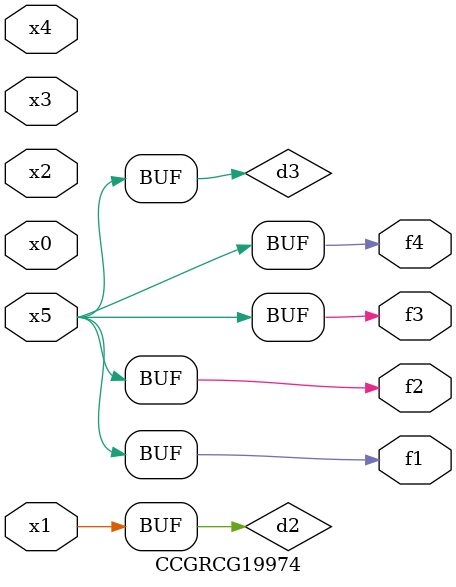
<source format=v>
module CCGRCG19974(
	input x0, x1, x2, x3, x4, x5,
	output f1, f2, f3, f4
);

	wire d1, d2, d3;

	not (d1, x5);
	or (d2, x1);
	xnor (d3, d1);
	assign f1 = d3;
	assign f2 = d3;
	assign f3 = d3;
	assign f4 = d3;
endmodule

</source>
